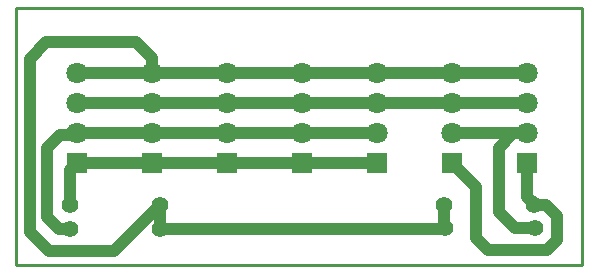
<source format=gbl>
G04*
G04 #@! TF.GenerationSoftware,Altium Limited,Altium Designer,19.0.15 (446)*
G04*
G04 Layer_Physical_Order=2*
G04 Layer_Color=16711680*
%FSLAX25Y25*%
%MOIN*%
G70*
G01*
G75*
%ADD11C,0.01000*%
%ADD15C,0.07087*%
%ADD16R,0.07087X0.07087*%
%ADD17C,0.05512*%
%ADD18C,0.03937*%
D11*
X362106Y384449D02*
X550886D01*
X362106D02*
Y391929D01*
Y470079D01*
X550886Y384449D02*
Y470079D01*
X362106D02*
X550886D01*
D15*
X507500Y448500D02*
D03*
Y438500D02*
D03*
Y428500D02*
D03*
X482500Y448500D02*
D03*
Y438500D02*
D03*
Y428500D02*
D03*
X457500Y448500D02*
D03*
Y438500D02*
D03*
Y428500D02*
D03*
X432500Y448500D02*
D03*
Y438500D02*
D03*
Y428500D02*
D03*
X407500Y448500D02*
D03*
Y438500D02*
D03*
Y428500D02*
D03*
X532677Y448500D02*
D03*
Y438500D02*
D03*
Y428500D02*
D03*
X382382Y448500D02*
D03*
Y438500D02*
D03*
Y428500D02*
D03*
D16*
X507500Y418500D02*
D03*
X482500D02*
D03*
X457500D02*
D03*
X432500D02*
D03*
X407500D02*
D03*
X532677D02*
D03*
X382382D02*
D03*
D17*
X504882Y404528D02*
D03*
X534882D02*
D03*
X410039D02*
D03*
X380039D02*
D03*
X505039Y396654D02*
D03*
X535039D02*
D03*
X410079Y396555D02*
D03*
X380079D02*
D03*
D18*
X539075Y389370D02*
X542618Y392913D01*
X519587Y389370D02*
X539075D01*
X515650Y393307D02*
X519587Y389370D01*
X542618Y392913D02*
Y400787D01*
X538878Y404528D02*
X542618Y400787D01*
X534882Y404528D02*
X538878D01*
X515650Y393307D02*
Y410350D01*
X407500Y448500D02*
Y453425D01*
X402165Y458760D02*
X407500Y453425D01*
X372287Y458760D02*
X402165D01*
X366732Y453206D02*
X372287Y458760D01*
X366732Y395613D02*
Y453206D01*
Y395613D02*
X373074Y389272D01*
X394783D01*
X410039Y404528D01*
X376476Y396555D02*
X380079D01*
X372539Y400492D02*
X376476Y396555D01*
X372539Y400492D02*
Y423425D01*
X377011Y427897D01*
X381779D01*
X382382Y428500D01*
Y418500D02*
X407500D01*
X507500D02*
X515650Y410350D01*
X528008Y428500D02*
X532677D01*
X507500D02*
X528008D01*
X504882Y404528D02*
X504961Y404449D01*
Y396732D02*
Y404449D01*
Y396732D02*
X505039Y396654D01*
X504990Y396604D02*
X505039Y396654D01*
X410128Y396604D02*
X504990D01*
X410079Y396555D02*
X410128Y396604D01*
X410059Y396575D02*
X410079Y396555D01*
X410059Y396575D02*
Y404508D01*
X410039Y404528D02*
X410059Y404508D01*
X382382Y428500D02*
X407500D01*
X380039Y404528D02*
Y416157D01*
X407500Y418500D02*
X432500D01*
X457500D01*
X482500D01*
X457500Y428500D02*
X482500D01*
X432500D02*
X457500D01*
X407500D02*
X432500D01*
X528445Y396654D02*
X535039D01*
X523032Y402067D02*
X528445Y396654D01*
X523032Y402067D02*
Y423524D01*
X528008Y428500D01*
X380039Y416157D02*
X382382Y418500D01*
X532677Y407158D02*
X534882Y404954D01*
X532677Y407158D02*
Y418500D01*
X534882Y404528D02*
Y404954D01*
X382382Y438500D02*
X407500D01*
X382382Y448500D02*
X407500D01*
X507500Y438500D02*
X532677D01*
X507500Y448500D02*
X532677D01*
X407500Y438500D02*
X432500D01*
X457500D01*
X482500D01*
X507500D01*
X407500Y448500D02*
X432500D01*
X457500D01*
X482500D01*
X507500D01*
M02*

</source>
